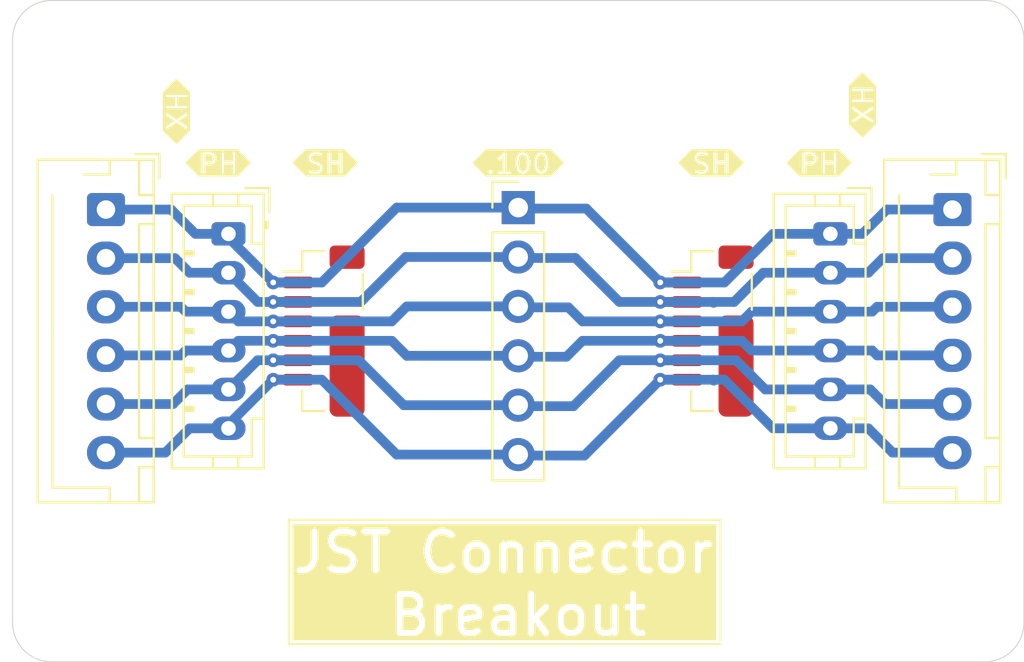
<source format=kicad_pcb>
(kicad_pcb (version 20240108) (generator "pcbnew") (generator_version "8.0")
  (layers (0 "F.Cu" signal) (31 "B.Cu" signal) (34 "B.Paste" user) (35 "F.Paste" user) (36 "B.SilkS" user "B.Silkscreen") (37 "F.SilkS" user "F.Silkscreen") (38 "B.Mask" user) (39 "F.Mask" user) (44 "Edge.Cuts" user))
  (net 0 "")
  (net 1 "/L4")
  (net 2 "/L5")
  (net 3 "/L1")
  (net 4 "/L2")
  (net 5 "/L3")
  (net 6 "/L6")
  (footprint "Connector_JST:JST_XH_B6B-XH-AM_1x06_P2.50mm_Vertical" (layer "F.Cu") (at 128.8 73.75 -90)
    (property "Reference" "J6" (hide yes))
    (property "Value" "JST XH")
    (fp_line (start -2.56 3.51) (end 15.06 3.51) (stroke (width 0.12)) (layer "F.SilkS"))
    (fp_line (start 15.06 3.51) (end 15.06 -2.46) (stroke (width 0.12)) (layer "F.SilkS"))
    (fp_line (start 6.25 2.75) (end -0.74 2.75) (stroke (width 0.12)) (layer "F.SilkS"))
    (fp_line (start 14.3 2.75) (end 6.25 2.75) (stroke (width 0.12)) (layer "F.SilkS"))
    (fp_line (start -2.55 -0.2) (end -1.8 -0.2) (stroke (width 0.12)) (layer "F.SilkS"))
    (fp_line (start -1.8 -0.2) (end -1.8 1.14) (stroke (width 0.12)) (layer "F.SilkS"))
    (fp_line (start 14.3 -0.2) (end 14.3 2.75) (stroke (width 0.12)) (layer "F.SilkS"))
    (fp_line (start 15.05 -0.2) (end 14.3 -0.2) (stroke (width 0.12)) (layer "F.SilkS"))
    (fp_line (start -2.55 -1.7) (end -0.75 -1.7) (stroke (width 0.12)) (layer "F.SilkS"))
    (fp_line (start -0.75 -1.7) (end -0.75 -2.45) (stroke (width 0.12)) (layer "F.SilkS"))
    (fp_line (start 0.75 -1.7) (end 11.75 -1.7) (stroke (width 0.12)) (layer "F.SilkS"))
    (fp_line (start 11.75 -1.7) (end 11.75 -2.45) (stroke (width 0.12)) (layer "F.SilkS"))
    (fp_line (start 13.25 -1.7) (end 15.05 -1.7) (stroke (width 0.12)) (layer "F.SilkS"))
    (fp_line (start 15.05 -1.7) (end 15.05 -2.45) (stroke (width 0.12)) (layer "F.SilkS"))
    (fp_line (start -2.55 -2.45) (end -2.55 -1.7) (stroke (width 0.12)) (layer "F.SilkS"))
    (fp_line (start -0.75 -2.45) (end -2.55 -2.45) (stroke (width 0.12)) (layer "F.SilkS"))
    (fp_line (start 0.75 -2.45) (end 0.75 -1.7) (stroke (width 0.12)) (layer "F.SilkS"))
    (fp_line (start 11.75 -2.45) (end 0.75 -2.45) (stroke (width 0.12)) (layer "F.SilkS"))
    (fp_line (start 13.25 -2.45) (end 13.25 -1.7) (stroke (width 0.12)) (layer "F.SilkS"))
    (fp_line (start 15.05 -2.45) (end 13.25 -2.45) (stroke (width 0.12)) (layer "F.SilkS"))
    (fp_line (start -2.56 -2.46) (end -2.56 3.51) (stroke (width 0.12)) (layer "F.SilkS"))
    (fp_line (start 15.06 -2.46) (end -2.56 -2.46) (stroke (width 0.12)) (layer "F.SilkS"))
    (fp_line (start -2.85 -2.75) (end -2.85 -1.5) (stroke (width 0.12)) (layer "F.SilkS"))
    (fp_line (start -1.6 -2.75) (end -2.85 -2.75) (stroke (width 0.12)) (layer "F.SilkS"))
    (pad "" np_thru_hole circle (at -1.6 2 270) (size 1.2 1.2) (drill 1.2) (layers "*.Cu" "*.Mask"))
    (pad "1" thru_hole roundrect (at 0 0 270) (size 1.7 1.95) (drill 0.95) (layers "*.Cu" "*.Mask") (roundrect_rratio 0.1470588235) (net 3 "/L1"))
    (pad "2" thru_hole oval (at 2.5 0 270) (size 1.7 1.95) (drill 0.95) (layers "*.Cu" "*.Mask") (net 4 "/L2"))
    (pad "3" thru_hole oval (at 5 0 270) (size 1.7 1.95) (drill 0.95) (layers "*.Cu" "*.Mask") (net 5 "/L3"))
    (pad "4" thru_hole oval (at 7.5 0 270) (size 1.7 1.95) (drill 0.95) (layers "*.Cu" "*.Mask") (net 1 "/L4"))
    (pad "5" thru_hole oval (at 10 0 270) (size 1.7 1.95) (drill 0.95) (layers "*.Cu" "*.Mask") (net 2 "/L5"))
    (pad "6" thru_hole oval (at 12.5 0 270) (size 1.7 1.95) (drill 0.95) (layers "*.Cu" "*.Mask") (net 6 "/L6"))
  )
  (footprint "Connector_JST:JST_PH_B6B-PH-K_1x06_P2.00mm_Vertical" (layer "F.Cu") (at 166.05 75 -90)
    (property "Reference" "J3" (hide yes))
    (property "Value" "JST PH")
    (fp_line (start -2.06 2.91) (end 12.06 2.91) (stroke (width 0.12)) (layer "F.SilkS"))
    (fp_line (start 12.06 2.91) (end 12.06 -1.81) (stroke (width 0.12)) (layer "F.SilkS"))
    (fp_line (start -1.45 2.3) (end 11.45 2.3) (stroke (width 0.12)) (layer "F.SilkS"))
    (fp_line (start 0.9 2.3) (end 0.9 1.8) (stroke (width 0.12)) (layer "F.SilkS"))
    (fp_line (start 1 2.3) (end 1 1.8) (stroke (width 0.12)) (layer "F.SilkS"))
    (fp_line (start 2.9 2.3) (end 2.9 1.8) (stroke (width 0.12)) (layer "F.SilkS"))
    (fp_line (start 3 2.3) (end 3 1.8) (stroke (width 0.12)) (layer "F.SilkS"))
    (fp_line (start 4.9 2.3) (end 4.9 1.8) (stroke (width 0.12)) (layer "F.SilkS"))
    (fp_line (start 5 2.3) (end 5 1.8) (stroke (width 0.12)) (layer "F.SilkS"))
    (fp_line (start 6.9 2.3) (end 6.9 1.8) (stroke (width 0.12)) (layer "F.SilkS"))
    (fp_line (start 7 2.3) (end 7 1.8) (stroke (width 0.12)) (layer "F.SilkS"))
    (fp_line (start 8.9 2.3) (end 8.9 1.8) (stroke (width 0.12)) (layer "F.SilkS"))
    (fp_line (start 9 2.3) (end 9 1.8) (stroke (width 0.12)) (layer "F.SilkS"))
    (fp_line (start 11.45 2.3) (end 11.45 -1.2) (stroke (width 0.12)) (layer "F.SilkS"))
    (fp_line (start 0.9 1.8) (end 1.1 1.8) (stroke (width 0.12)) (layer "F.SilkS"))
    (fp_line (start 1.1 1.8) (end 1.1 2.3) (stroke (width 0.12)) (layer "F.SilkS"))
    (fp_line (start 2.9 1.8) (end 3.1 1.8) (stroke (width 0.12)) (layer "F.SilkS"))
    (fp_line (start 3.1 1.8) (end 3.1 2.3) (stroke (width 0.12)) (layer "F.SilkS"))
    (fp_line (start 4.9 1.8) (end 5.1 1.8) (stroke (width 0.12)) (layer "F.SilkS"))
    (fp_line (start 5.1 1.8) (end 5.1 2.3) (stroke (width 0.12)) (layer "F.SilkS"))
    (fp_line (start 6.9 1.8) (end 7.1 1.8) (stroke (width 0.12)) (layer "F.SilkS"))
    (fp_line (start 7.1 1.8) (end 7.1 2.3) (stroke (width 0.12)) (layer "F.SilkS"))
    (fp_line (start 8.9 1.8) (end 9.1 1.8) (stroke (width 0.12)) (layer "F.SilkS"))
    (fp_line (start 9.1 1.8) (end 9.1 2.3) (stroke (width 0.12)) (layer "F.SilkS"))
    (fp_line (start -2.06 0.8) (end -1.45 0.8) (stroke (width 0.12)) (layer "F.SilkS"))
    (fp_line (start 12.06 0.8) (end 11.45 0.8) (stroke (width 0.12)) (layer "F.SilkS"))
    (fp_line (start -2.06 -0.5) (end -1.45 -0.5) (stroke (width 0.12)) (layer "F.SilkS"))
    (fp_line (start 12.06 -0.5) (end 11.45 -0.5) (stroke (width 0.12)) (layer "F.SilkS"))
    (fp_line (start -1.45 -1.2) (end -1.45 2.3) (stroke (width 0.12)) (layer "F.SilkS"))
    (fp_line (start 0.5 -1.2) (end -1.45 -1.2) (stroke (width 0.12)) (layer "F.SilkS"))
    (fp_line (start 9.5 -1.2) (end 9.5 -1.81) (stroke (width 0.12)) (layer "F.SilkS"))
    (fp_line (start 11.45 -1.2) (end 9.5 -1.2) (stroke (width 0.12)) (layer "F.SilkS"))
    (fp_line (start -2.06 -1.81) (end -2.06 2.91) (stroke (width 0.12)) (layer "F.SilkS"))
    (fp_line (start -0.3 -1.81) (end -0.3 -2.01) (stroke (width 0.12)) (layer "F.SilkS"))
    (fp_line (start 0.5 -1.81) (end 0.5 -1.2) (stroke (width 0.12)) (layer "F.SilkS"))
    (fp_line (start 12.06 -1.81) (end -2.06 -1.81) (stroke (width 0.12)) (layer "F.SilkS"))
    (fp_line (start -0.3 -1.91) (end -0.6 -1.91) (stroke (width 0.12)) (layer "F.SilkS"))
    (fp_line (start -0.6 -2.01) (end -0.6 -1.81) (stroke (width 0.12)) (layer "F.SilkS"))
    (fp_line (start -0.3 -2.01) (end -0.6 -2.01) (stroke (width 0.12)) (layer "F.SilkS"))
    (fp_line (start -2.36 -2.11) (end -2.36 -0.86) (stroke (width 0.12)) (layer "F.SilkS"))
    (fp_line (start -1.11 -2.11) (end -2.36 -2.11) (stroke (width 0.12)) (layer "F.SilkS"))
    (pad "1" thru_hole roundrect (at 0 0 270) (size 1.2 1.75) (drill 0.75) (layers "*.Cu" "*.Mask") (roundrect_rratio 0.2083333333) (net 3 "/L1"))
    (pad "2" thru_hole oval (at 2 0 270) (size 1.2 1.75) (drill 0.75) (layers "*.Cu" "*.Mask") (net 4 "/L2"))
    (pad "3" thru_hole oval (at 4 0 270) (size 1.2 1.75) (drill 0.75) (layers "*.Cu" "*.Mask") (net 5 "/L3"))
    (pad "4" thru_hole oval (at 6 0 270) (size 1.2 1.75) (drill 0.75) (layers "*.Cu" "*.Mask") (net 1 "/L4"))
    (pad "5" thru_hole oval (at 8 0 270) (size 1.2 1.75) (drill 0.75) (layers "*.Cu" "*.Mask") (net 2 "/L5"))
    (pad "6" thru_hole oval (at 10 0 270) (size 1.2 1.75) (drill 0.75) (layers "*.Cu" "*.Mask") (net 6 "/L6"))
  )
  (footprint "MountingHole:MountingHole_3.2mm_M3" (layer "F.Cu") (at 172 93)
    (property "Reference" "REF**" (hide yes))
    (property "Value" "MountingHole_3.2mm_M3" (hide yes))
    (pad "" np_thru_hole circle (at 0 0) (size 3.2 3.2) (drill 3.2) (layers "F&B.Cu" "*.Mask"))
  )
  (footprint "Connector_JST:JST_PH_B6B-PH-K_1x06_P2.00mm_Vertical" (layer "F.Cu") (at 135.1 75 -90)
    (property "Reference" "J2" (hide yes))
    (property "Value" "JST PH")
    (fp_line (start -2.06 2.91) (end 12.06 2.91) (stroke (width 0.12)) (layer "F.SilkS"))
    (fp_line (start 12.06 2.91) (end 12.06 -1.81) (stroke (width 0.12)) (layer "F.SilkS"))
    (fp_line (start -1.45 2.3) (end 11.45 2.3) (stroke (width 0.12)) (layer "F.SilkS"))
    (fp_line (start 0.9 2.3) (end 0.9 1.8) (stroke (width 0.12)) (layer "F.SilkS"))
    (fp_line (start 1 2.3) (end 1 1.8) (stroke (width 0.12)) (layer "F.SilkS"))
    (fp_line (start 2.9 2.3) (end 2.9 1.8) (stroke (width 0.12)) (layer "F.SilkS"))
    (fp_line (start 3 2.3) (end 3 1.8) (stroke (width 0.12)) (layer "F.SilkS"))
    (fp_line (start 4.9 2.3) (end 4.9 1.8) (stroke (width 0.12)) (layer "F.SilkS"))
    (fp_line (start 5 2.3) (end 5 1.8) (stroke (width 0.12)) (layer "F.SilkS"))
    (fp_line (start 6.9 2.3) (end 6.9 1.8) (stroke (width 0.12)) (layer "F.SilkS"))
    (fp_line (start 7 2.3) (end 7 1.8) (stroke (width 0.12)) (layer "F.SilkS"))
    (fp_line (start 8.9 2.3) (end 8.9 1.8) (stroke (width 0.12)) (layer "F.SilkS"))
    (fp_line (start 9 2.3) (end 9 1.8) (stroke (width 0.12)) (layer "F.SilkS"))
    (fp_line (start 11.45 2.3) (end 11.45 -1.2) (stroke (width 0.12)) (layer "F.SilkS"))
    (fp_line (start 0.9 1.8) (end 1.1 1.8) (stroke (width 0.12)) (layer "F.SilkS"))
    (fp_line (start 1.1 1.8) (end 1.1 2.3) (stroke (width 0.12)) (layer "F.SilkS"))
    (fp_line (start 2.9 1.8) (end 3.1 1.8) (stroke (width 0.12)) (layer "F.SilkS"))
    (fp_line (start 3.1 1.8) (end 3.1 2.3) (stroke (width 0.12)) (layer "F.SilkS"))
    (fp_line (start 4.9 1.8) (end 5.1 1.8) (stroke (width 0.12)) (layer "F.SilkS"))
    (fp_line (start 5.1 1.8) (end 5.1 2.3) (stroke (width 0.12)) (layer "F.SilkS"))
    (fp_line (start 6.9 1.8) (end 7.1 1.8) (stroke (width 0.12)) (layer "F.SilkS"))
    (fp_line (start 7.1 1.8) (end 7.1 2.3) (stroke (width 0.12)) (layer "F.SilkS"))
    (fp_line (start 8.9 1.8) (end 9.1 1.8) (stroke (width 0.12)) (layer "F.SilkS"))
    (fp_line (start 9.1 1.8) (end 9.1 2.3) (stroke (width 0.12)) (layer "F.SilkS"))
    (fp_line (start -2.06 0.8) (end -1.45 0.8) (stroke (width 0.12)) (layer "F.SilkS"))
    (fp_line (start 12.06 0.8) (end 11.45 0.8) (stroke (width 0.12)) (layer "F.SilkS"))
    (fp_line (start -2.06 -0.5) (end -1.45 -0.5) (stroke (width 0.12)) (layer "F.SilkS"))
    (fp_line (start 12.06 -0.5) (end 11.45 -0.5) (stroke (width 0.12)) (layer "F.SilkS"))
    (fp_line (start -1.45 -1.2) (end -1.45 2.3) (stroke (width 0.12)) (layer "F.SilkS"))
    (fp_line (start 0.5 -1.2) (end -1.45 -1.2) (stroke (width 0.12)) (layer "F.SilkS"))
    (fp_line (start 9.5 -1.2) (end 9.5 -1.81) (stroke (width 0.12)) (layer "F.SilkS"))
    (fp_line (start 11.45 -1.2) (end 9.5 -1.2) (stroke (width 0.12)) (layer "F.SilkS"))
    (fp_line (start -2.06 -1.81) (end -2.06 2.91) (stroke (width 0.12)) (layer "F.SilkS"))
    (fp_line (start -0.3 -1.81) (end -0.3 -2.01) (stroke (width 0.12)) (layer "F.SilkS"))
    (fp_line (start 0.5 -1.81) (end 0.5 -1.2) (stroke (width 0.12)) (layer "F.SilkS"))
    (fp_line (start 12.06 -1.81) (end -2.06 -1.81) (stroke (width 0.12)) (layer "F.SilkS"))
    (fp_line (start -0.3 -1.91) (end -0.6 -1.91) (stroke (width 0.12)) (layer "F.SilkS"))
    (fp_line (start -0.6 -2.01) (end -0.6 -1.81) (stroke (width 0.12)) (layer "F.SilkS"))
    (fp_line (start -0.3 -2.01) (end -0.6 -2.01) (stroke (width 0.12)) (layer "F.SilkS"))
    (fp_line (start -2.36 -2.11) (end -2.36 -0.86) (stroke (width 0.12)) (layer "F.SilkS"))
    (fp_line (start -1.11 -2.11) (end -2.36 -2.11) (stroke (width 0.12)) (layer "F.SilkS"))
    (pad "1" thru_hole roundrect (at 0 0 270) (size 1.2 1.75) (drill 0.75) (layers "*.Cu" "*.Mask") (roundrect_rratio 0.2083333333) (net 3 "/L1"))
    (pad "2" thru_hole oval (at 2 0 270) (size 1.2 1.75) (drill 0.75) (layers "*.Cu" "*.Mask") (net 4 "/L2"))
    (pad "3" thru_hole oval (at 4 0 270) (size 1.2 1.75) (drill 0.75) (layers "*.Cu" "*.Mask") (net 5 "/L3"))
    (pad "4" thru_hole oval (at 6 0 270) (size 1.2 1.75) (drill 0.75) (layers "*.Cu" "*.Mask") (net 1 "/L4"))
    (pad "5" thru_hole oval (at 8 0 270) (size 1.2 1.75) (drill 0.75) (layers "*.Cu" "*.Mask") (net 2 "/L5"))
    (pad "6" thru_hole oval (at 10 0 270) (size 1.2 1.75) (drill 0.75) (layers "*.Cu" "*.Mask") (net 6 "/L6"))
  )
  (footprint "Connector_JST:JST_XH_B6B-XH-AM_1x06_P2.50mm_Vertical" (layer "F.Cu") (at 172.325 73.75 -90)
    (property "Reference" "J7" (hide yes))
    (property "Value" "JST XH")
    (fp_line (start -2.56 3.51) (end 15.06 3.51) (stroke (width 0.12)) (layer "F.SilkS"))
    (fp_line (start 15.06 3.51) (end 15.06 -2.46) (stroke (width 0.12)) (layer "F.SilkS"))
    (fp_line (start 6.25 2.75) (end -0.74 2.75) (stroke (width 0.12)) (layer "F.SilkS"))
    (fp_line (start 14.3 2.75) (end 6.25 2.75) (stroke (width 0.12)) (layer "F.SilkS"))
    (fp_line (start -2.55 -0.2) (end -1.8 -0.2) (stroke (width 0.12)) (layer "F.SilkS"))
    (fp_line (start -1.8 -0.2) (end -1.8 1.14) (stroke (width 0.12)) (layer "F.SilkS"))
    (fp_line (start 14.3 -0.2) (end 14.3 2.75) (stroke (width 0.12)) (layer "F.SilkS"))
    (fp_line (start 15.05 -0.2) (end 14.3 -0.2) (stroke (width 0.12)) (layer "F.SilkS"))
    (fp_line (start -2.55 -1.7) (end -0.75 -1.7) (stroke (width 0.12)) (layer "F.SilkS"))
    (fp_line (start -0.75 -1.7) (end -0.75 -2.45) (stroke (width 0.12)) (layer "F.SilkS"))
    (fp_line (start 0.75 -1.7) (end 11.75 -1.7) (stroke (width 0.12)) (layer "F.SilkS"))
    (fp_line (start 11.75 -1.7) (end 11.75 -2.45) (stroke (width 0.12)) (layer "F.SilkS"))
    (fp_line (start 13.25 -1.7) (end 15.05 -1.7) (stroke (width 0.12)) (layer "F.SilkS"))
    (fp_line (start 15.05 -1.7) (end 15.05 -2.45) (stroke (width 0.12)) (layer "F.SilkS"))
    (fp_line (start -2.55 -2.45) (end -2.55 -1.7) (stroke (width 0.12)) (layer "F.SilkS"))
    (fp_line (start -0.75 -2.45) (end -2.55 -2.45) (stroke (width 0.12)) (layer "F.SilkS"))
    (fp_line (start 0.75 -2.45) (end 0.75 -1.7) (stroke (width 0.12)) (layer "F.SilkS"))
    (fp_line (start 11.75 -2.45) (end 0.75 -2.45) (stroke (width 0.12)) (layer "F.SilkS"))
    (fp_line (start 13.25 -2.45) (end 13.25 -1.7) (stroke (width 0.12)) (layer "F.SilkS"))
    (fp_line (start 15.05 -2.45) (end 13.25 -2.45) (stroke (width 0.12)) (layer "F.SilkS"))
    (fp_line (start -2.56 -2.46) (end -2.56 3.51) (stroke (width 0.12)) (layer "F.SilkS"))
    (fp_line (start 15.06 -2.46) (end -2.56 -2.46) (stroke (width 0.12)) (layer "F.SilkS"))
    (fp_line (start -2.85 -2.75) (end -2.85 -1.5) (stroke (width 0.12)) (layer "F.SilkS"))
    (fp_line (start -1.6 -2.75) (end -2.85 -2.75) (stroke (width 0.12)) (layer "F.SilkS"))
    (pad "" np_thru_hole circle (at -1.6 2 270) (size 1.2 1.2) (drill 1.2) (layers "*.Cu" "*.Mask"))
    (pad "1" thru_hole roundrect (at 0 0 270) (size 1.7 1.95) (drill 0.95) (layers "*.Cu" "*.Mask") (roundrect_rratio 0.1470588235) (net 3 "/L1"))
    (pad "2" thru_hole oval (at 2.5 0 270) (size 1.7 1.95) (drill 0.95) (layers "*.Cu" "*.Mask") (net 4 "/L2"))
    (pad "3" thru_hole oval (at 5 0 270) (size 1.7 1.95) (drill 0.95) (layers "*.Cu" "*.Mask") (net 5 "/L3"))
    (pad "4" thru_hole oval (at 7.5 0 270) (size 1.7 1.95) (drill 0.95) (layers "*.Cu" "*.Mask") (net 1 "/L4"))
    (pad "5" thru_hole oval (at 10 0 270) (size 1.7 1.95) (drill 0.95) (layers "*.Cu" "*.Mask") (net 2 "/L5"))
    (pad "6" thru_hole oval (at 12.5 0 270) (size 1.7 1.95) (drill 0.95) (layers "*.Cu" "*.Mask") (net 6 "/L6"))
  )
  (footprint "Connector_JST:JST_SH_BM06B-SRSS-TB_1x06-1MP_P1.00mm_Vertical" (layer "F.Cu") (at 160 80 -90)
    (property "Reference" "J4" (hide yes))
    (property "Value" "JST SH")
    (fp_line (start -4.11 1.11) (end -3.06 1.11) (stroke (width 0.12)) (layer "F.SilkS"))
    (fp_line (start -3.06 1.11) (end -3.06 2.1) (stroke (width 0.12)) (layer "F.SilkS"))
    (fp_line (start 4.11 1.11) (end 3.06 1.11) (stroke (width 0.12)) (layer "F.SilkS"))
    (fp_line (start -4.11 -0.04) (end -4.11 1.11) (stroke (width 0.12)) (layer "F.SilkS"))
    (fp_line (start 4.11 -0.04) (end 4.11 1.11) (stroke (width 0.12)) (layer "F.SilkS"))
    (fp_line (start -2.94 -2.01) (end -1.1 -2.01) (stroke (width 0.12)) (layer "F.SilkS"))
    (pad "1" smd roundrect (at -2.5 1.325 270) (size 0.6 1.55) (layers "F.Cu" "F.Paste" "F.Mask") (net 3 "/L1"))
    (pad "2" smd roundrect (at -1.5 1.325 270) (size 0.6 1.55) (layers "F.Cu" "F.Paste" "F.Mask") (net 4 "/L2"))
    (pad "3" smd roundrect (at -0.5 1.325 270) (size 0.6 1.55) (layers "F.Cu" "F.Paste" "F.Mask") (net 5 "/L3"))
    (pad "4" smd roundrect (at 0.5 1.325 270) (size 0.6 1.55) (layers "F.Cu" "F.Paste" "F.Mask") (net 1 "/L4"))
    (pad "5" smd roundrect (at 1.5 1.325 270) (size 0.6 1.55) (layers "F.Cu" "F.Paste" "F.Mask") (net 2 "/L5"))
    (pad "6" smd roundrect (at 2.5 1.325 270) (size 0.6 1.55) (layers "F.Cu" "F.Paste" "F.Mask") (net 6 "/L6"))
    (pad "MP" smd roundrect (at -3.8 -1.2 270) (size 1.2 1.8) (layers "F.Cu" "F.Paste" "F.Mask") (roundrect_rratio 0.2083333333))
    (pad "MP" smd roundrect (at 1.8 -1.2 270) (size 5.2 1.8) (layers "F.Cu" "F.Paste" "F.Mask") (roundrect_rratio 0.2083327778))
  )
  (footprint "MountingHole:MountingHole_3.2mm_M3" (layer "F.Cu") (at 172 67)
    (property "Reference" "REF**" (hide yes))
    (property "Value" "MountingHole_3.2mm_M3" (hide yes))
    (pad "" np_thru_hole circle (at 0 0) (size 3.2 3.2) (drill 3.2) (layers "F&B.Cu" "*.Mask"))
  )
  (footprint "Connector_JST:JST_SH_BM06B-SRSS-TB_1x06-1MP_P1.00mm_Vertical" (layer "F.Cu") (at 140 80 -90)
    (property "Reference" "J5" (hide yes))
    (property "Value" "JST SH")
    (fp_line (start -4.11 1.11) (end -3.06 1.11) (stroke (width 0.12)) (layer "F.SilkS"))
    (fp_line (start -3.06 1.11) (end -3.06 2.1) (stroke (width 0.12)) (layer "F.SilkS"))
    (fp_line (start 4.11 1.11) (end 3.06 1.11) (stroke (width 0.12)) (layer "F.SilkS"))
    (fp_line (start -4.11 -0.04) (end -4.11 1.11) (stroke (width 0.12)) (layer "F.SilkS"))
    (fp_line (start 4.11 -0.04) (end 4.11 1.11) (stroke (width 0.12)) (layer "F.SilkS"))
    (fp_line (start -2.94 -2.01) (end -1.1 -2.01) (stroke (width 0.12)) (layer "F.SilkS"))
    (pad "1" smd roundrect (at -2.5 1.325 270) (size 0.6 1.55) (layers "F.Cu" "F.Paste" "F.Mask") (net 3 "/L1"))
    (pad "2" smd roundrect (at -1.5 1.325 270) (size 0.6 1.55) (layers "F.Cu" "F.Paste" "F.Mask") (net 4 "/L2"))
    (pad "3" smd roundrect (at -0.5 1.325 270) (size 0.6 1.55) (layers "F.Cu" "F.Paste" "F.Mask") (net 5 "/L3"))
    (pad "4" smd roundrect (at 0.5 1.325 270) (size 0.6 1.55) (layers "F.Cu" "F.Paste" "F.Mask") (net 1 "/L4"))
    (pad "5" smd roundrect (at 1.5 1.325 270) (size 0.6 1.55) (layers "F.Cu" "F.Paste" "F.Mask") (net 2 "/L5"))
    (pad "6" smd roundrect (at 2.5 1.325 270) (size 0.6 1.55) (layers "F.Cu" "F.Paste" "F.Mask") (net 6 "/L6"))
    (pad "MP" smd roundrect (at -3.8 -1.2 270) (size 1.2 1.8) (layers "F.Cu" "F.Paste" "F.Mask") (roundrect_rratio 0.2083333333))
    (pad "MP" smd roundrect (at 1.8 -1.2 270) (size 5.2 1.8) (layers "F.Cu" "F.Paste" "F.Mask") (roundrect_rratio 0.2083327778))
  )
  (footprint "Connector_PinHeader_2.54mm:PinHeader_1x06_P2.54mm_Vertical" (layer "F.Cu") (at 150 80)
    (property "Reference" "J1" (hide yes))
    (property "Value" ".100 Header")
    (fp_line (start -1.33 -7.68) (end 0 -7.68) (stroke (width 0.12)) (layer "F.SilkS"))
    (fp_line (start -1.33 -6.35) (end -1.33 -7.68) (stroke (width 0.12)) (layer "F.SilkS"))
    (fp_line (start -1.33 -5.08) (end -1.33 7.68) (stroke (width 0.12)) (layer "F.SilkS"))
    (fp_line (start -1.33 -5.08) (end 1.33 -5.08) (stroke (width 0.12)) (layer "F.SilkS"))
    (fp_line (start -1.33 7.68) (end 1.33 7.68) (stroke (width 0.12)) (layer "F.SilkS"))
    (fp_line (start 1.33 -5.08) (end 1.33 7.68) (stroke (width 0.12)) (layer "F.SilkS"))
    (pad "1" thru_hole rect (at 0 -6.35) (size 1.7 1.7) (drill 1) (layers "*.Cu" "*.Mask") (net 3 "/L1"))
    (pad "2" thru_hole oval (at 0 -3.81) (size 1.7 1.7) (drill 1) (layers "*.Cu" "*.Mask") (net 4 "/L2"))
    (pad "3" thru_hole oval (at 0 -1.27) (size 1.7 1.7) (drill 1) (layers "*.Cu" "*.Mask") (net 5 "/L3"))
    (pad "4" thru_hole oval (at 0 1.27) (size 1.7 1.7) (drill 1) (layers "*.Cu" "*.Mask") (net 1 "/L4"))
    (pad "5" thru_hole oval (at 0 3.81) (size 1.7 1.7) (drill 1) (layers "*.Cu" "*.Mask") (net 2 "/L5"))
    (pad "6" thru_hole oval (at 0 6.35) (size 1.7 1.7) (drill 1) (layers "*.Cu" "*.Mask") (net 6 "/L6"))
  )
  (footprint "MountingHole:MountingHole_3.2mm_M3" (layer "F.Cu") (at 128 93)
    (property "Reference" "REF**" (hide yes))
    (property "Value" "MountingHole_3.2mm_M3" (hide yes))
    (pad "" np_thru_hole circle (at 0 0) (size 3.2 3.2) (drill 3.2) (layers "F&B.Cu" "*.Mask"))
  )
  (footprint "MountingHole:MountingHole_3.2mm_M3" (layer "F.Cu") (at 128 67)
    (property "Reference" "REF**" (hide yes))
    (property "Value" "MountingHole_3.2mm_M3" (hide yes))
    (pad "" np_thru_hole circle (at 0 0) (size 3.2 3.2) (drill 3.2) (layers "*.Cu" "*.Mask"))
  )
  (gr_line (start 133.075 69.675) (end 133.075 67.725) (stroke (width 0.1)) (layer "F.SilkS"))
  (gr_poly (pts (xy 160.9 70.7) (xy 160.9 72) (xy 161.55 71.35)) (stroke (width 0.1)) (fill solid) (layer "F.SilkS"))
  (gr_line (start 164.5 72) (end 166.45 72) (stroke (width 0.1)) (layer "F.SilkS"))
  (gr_poly (pts (xy 141.05 70.7) (xy 141.05 72) (xy 141.7 71.35)) (stroke (width 0.1)) (fill solid) (layer "F.SilkS"))
  (gr_line (start 158.95 70.7) (end 160.9 70.7) (stroke (width 0.1)) (layer "F.SilkS"))
  (gr_poly (pts (xy 166.45 70.7) (xy 166.45 72) (xy 167.1 71.35)) (stroke (width 0.1)) (fill solid) (layer "F.SilkS"))
  (gr_line (start 148.35 70.7) (end 151.65 70.7) (stroke (width 0.1)) (layer "F.SilkS"))
  (gr_line (start 138.2 96.1) (end 138.2 89.7) (stroke (width 0.1)) (layer "F.SilkS"))
  (gr_line (start 160.4 89.7) (end 160.4 95.9) (stroke (width 0.1)) (layer "F.SilkS"))
  (gr_line (start 133.6 72) (end 135.55 72) (stroke (width 0.1)) (layer "F.SilkS"))
  (gr_poly (pts (xy 151.65 70.7) (xy 151.65 72) (xy 152.3 71.35)) (stroke (width 0.1)) (fill solid) (layer "F.SilkS"))
  (gr_line (start 168.35 69.35) (end 168.35 67.4) (stroke (width 0.1)) (layer "F.SilkS"))
  (gr_poly (pts (xy 167.05 69.35) (xy 168.35 69.35) (xy 167.7 70)) (stroke (width 0.1)) (fill solid) (layer "F.SilkS"))
  (gr_line (start 133.6 70.7) (end 135.55 70.7) (stroke (width 0.1)) (layer "F.SilkS"))
  (gr_poly (pts (xy 139.1 70.7) (xy 139.1 72) (xy 138.45 71.35)) (stroke (width 0.1)) (fill solid) (layer "F.SilkS"))
  (gr_line (start 167.05 69.35) (end 167.05 67.4) (stroke (width 0.1)) (layer "F.SilkS"))
  (gr_line (start 158.95 72) (end 160.9 72) (stroke (width 0.1)) (layer "F.SilkS"))
  (gr_poly (pts (xy 164.5 70.7) (xy 164.5 72) (xy 163.85 71.35)) (stroke (width 0.1)) (fill solid) (layer "F.SilkS"))
  (gr_poly (pts (xy 133.6 70.7) (xy 133.6 72) (xy 132.95 71.35)) (stroke (width 0.1)) (fill solid) (layer "F.SilkS"))
  (gr_poly (pts (xy 167.05 67.4) (xy 168.35 67.4) (xy 167.7 66.75)) (stroke (width 0.1)) (fill solid) (layer "F.SilkS"))
  (gr_poly (pts (xy 131.775 67.725) (xy 133.075 67.725) (xy 132.425 67.075)) (stroke (width 0.1)) (fill solid) (layer "F.SilkS"))
  (gr_line (start 160.4 96.1) (end 138.2 96.1) (stroke (width 0.1)) (layer "F.SilkS"))
  (gr_poly (pts (xy 135.55 70.7) (xy 135.55 72) (xy 136.2 71.35)) (stroke (width 0.1)) (fill solid) (layer "F.SilkS"))
  (gr_poly (pts (xy 131.775 69.675) (xy 133.075 69.675) (xy 132.425 70.325)) (stroke (width 0.1)) (fill solid) (layer "F.SilkS"))
  (gr_line (start 139.1 70.7) (end 141.05 70.7) (stroke (width 0.1)) (layer "F.SilkS"))
  (gr_line (start 164.5 70.7) (end 166.45 70.7) (stroke (width 0.1)) (layer "F.SilkS"))
  (gr_line (start 139.1 72) (end 141.05 72) (stroke (width 0.1)) (layer "F.SilkS"))
  (gr_poly (pts (xy 148.35 70.7) (xy 148.35 72) (xy 147.7 71.35)) (stroke (width 0.1)) (fill solid) (layer "F.SilkS"))
  (gr_poly (pts (xy 158.95 70.7) (xy 158.95 72) (xy 158.3 71.35)) (stroke (width 0.1)) (fill solid) (layer "F.SilkS"))
  (gr_line (start 138.2 89.7) (end 160.4 89.7) (stroke (width 0.1)) (layer "F.SilkS"))
  (gr_line (start 148.4 72) (end 151.65 72) (stroke (width 0.1)) (layer "F.SilkS"))
  (gr_line (start 131.775 69.675) (end 131.775 67.725) (stroke (width 0.1)) (layer "F.SilkS"))
  (gr_arc (start 174 63) (mid 175.414214 63.585786) (end 176 65) (stroke (width 0.05)) (layer "Edge.Cuts"))
  (gr_line (start 174 97) (end 126 97) (stroke (width 0.05)) (layer "Edge.Cuts"))
  (gr_line (start 176 65) (end 176 95) (stroke (width 0.05)) (layer "Edge.Cuts"))
  (gr_arc (start 126 97) (mid 124.585786 96.414214) (end 124 95) (stroke (width 0.05)) (layer "Edge.Cuts"))
  (gr_line (start 126 63) (end 174 63) (stroke (width 0.05)) (layer "Edge.Cuts"))
  (gr_arc (start 176 95) (mid 175.414214 96.414214) (end 174 97) (stroke (width 0.05)) (layer "Edge.Cuts"))
  (gr_line (start 124 65) (end 124 95) (stroke (width 0.05)) (layer "Edge.Cuts"))
  (gr_arc (start 124 65) (mid 124.585786 63.585786) (end 126 63) (stroke (width 0.05)) (layer "Edge.Cuts"))
  (gr_text "PH" (at 134.6 71.4 0) (layer "F.SilkS" knockout) (effects (font (size 1 1) (thickness 0.1))))
  (gr_text "XH" (at 132.475 68.675 90) (layer "F.SilkS" knockout) (effects (font (size 1 1) (thickness 0.1))))
  (gr_text "SH" (at 140.1 71.4 0) (layer "F.SilkS" knockout) (effects (font (size 1 1) (thickness 0.1))))
  (gr_text "JST Connector \nBreakout" (at 150 93 0) (layer "F.SilkS" knockout) (effects (font (size 2 2) (thickness 0.3))))
  (gr_text "PH" (at 165.5 71.4 0) (layer "F.SilkS" knockout) (effects (font (size 1 1) (thickness 0.1))))
  (gr_text "SH" (at 159.95 71.4 0) (layer "F.SilkS" knockout) (effects (font (size 1 1) (thickness 0.1))))
  (gr_text "XH" (at 167.75 68.35 90) (layer "F.SilkS" knockout) (effects (font (size 1 1) (thickness 0.1))))
  (gr_text ".100" (at 150 71.4 0) (layer "F.SilkS" knockout) (effects (font (size 1 1) (thickness 0.1))))
  (segment (start 137.4 80.5) (end 138.675 80.5) (width 0.5) (layer "F.Cu") (net 1))
  (segment (start 157.3 80.5) (end 158.675 80.5) (width 0.5) (layer "F.Cu") (net 1))
  (via (at 157.3 80.5) (size 0.7) (drill 0.3) (layers "F.Cu" "B.Cu") (net 1))
  (via (at 137.4 80.5) (size 0.7) (drill 0.3) (layers "F.Cu" "B.Cu") (net 1))
  (segment (start 153.3 80.5) (end 152.48 81.32) (width 0.5) (layer "B.Cu") (net 1))
  (segment (start 132.9 81) (end 135.1 81) (width 0.5) (layer "B.Cu") (net 1))
  (segment (start 137.4 80.5) (end 143.5 80.5) (width 0.5) (layer "B.Cu") (net 1))
  (segment (start 161.5 80.5) (end 153.3 80.5) (width 0.5) (layer "B.Cu") (net 1))
  (segment (start 128.8 81.25) (end 132.65 81.25) (width 0.5) (layer "B.Cu") (net 1))
  (segment (start 172.3 81.25) (end 168.45 81.25) (width 0.5) (layer "B.Cu") (net 1))
  (segment (start 135.1 81) (end 135.6 80.5) (width 0.5) (layer "B.Cu") (net 1))
  (segment (start 168.2 81) (end 166.05 81) (width 0.5) (layer "B.Cu") (net 1))
  (segment (start 166.05 81) (end 162 81) (width 0.5) (layer "B.Cu") (net 1))
  (segment (start 168.45 81.25) (end 168.2 81) (width 0.5) (layer "B.Cu") (net 1))
  (segment (start 162 81) (end 161.5 80.5) (width 0.5) (layer "B.Cu") (net 1))
  (segment (start 152.48 81.32) (end 150.025 81.32) (width 0.5) (layer "B.Cu") (net 1))
  (segment (start 135.6 80.5) (end 137.4 80.5) (width 0.5) (layer "B.Cu") (net 1))
  (segment (start 132.65 81.25) (end 132.9 81) (width 0.5) (layer "B.Cu") (net 1))
  (segment (start 144.27 81.27) (end 150 81.27) (width 0.5) (layer "B.Cu") (net 1))
  (segment (start 143.5 80.5) (end 144.27 81.27) (width 0.5) (layer "B.Cu") (net 1))
  (segment (start 157.3 81.5) (end 158.675 81.5) (width 0.5) (layer "F.Cu") (net 2))
  (segment (start 137.4 81.5) (end 138.675 81.5) (width 0.5) (layer "F.Cu") (net 2))
  (via (at 157.3 81.5) (size 0.7) (drill 0.3) (layers "F.Cu" "B.Cu") (net 2))
  (via (at 137.4 81.5) (size 0.7) (drill 0.3) (layers "F.Cu" "B.Cu") (net 2))
  (segment (start 128.8 83.75) (end 132.25 83.75) (width 0.5) (layer "B.Cu") (net 2))
  (segment (start 172.3 83.75) (end 168.85 83.75) (width 0.5) (layer "B.Cu") (net 2))
  (segment (start 168.85 83.75) (end 168.1 83) (width 0.5) (layer "B.Cu") (net 2))
  (segment (start 137.4 81.5) (end 141.8 81.5) (width 0.5) (layer "B.Cu") (net 2))
  (segment (start 144.11 83.81) (end 150 83.81) (width 0.5) (layer "B.Cu") (net 2))
  (segment (start 152.84 83.86) (end 150.025 83.86) (width 0.5) (layer "B.Cu") (net 2))
  (segment (start 166.05 83) (end 162.7 83) (width 0.5) (layer "B.Cu") (net 2))
  (segment (start 135.1 83) (end 136.6 81.5) (width 0.5) (layer "B.Cu") (net 2))
  (segment (start 155.2 81.5) (end 152.84 83.86) (width 0.5) (layer "B.Cu") (net 2))
  (segment (start 132.25 83.75) (end 133 83) (width 0.5) (layer "B.Cu") (net 2))
  (segment (start 133 83) (end 135.1 83) (width 0.5) (layer "B.Cu") (net 2))
  (segment (start 141.8 81.5) (end 144.11 83.81) (width 0.5) (layer "B.Cu") (net 2))
  (segment (start 162.7 83) (end 161.2 81.5) (width 0.5) (layer "B.Cu") (net 2))
  (segment (start 168.1 83) (end 166.05 83) (width 0.5) (layer "B.Cu") (net 2))
  (segment (start 136.6 81.5) (end 137.4 81.5) (width 0.5) (layer "B.Cu") (net 2))
  (segment (start 161.2 81.5) (end 155.2 81.5) (width 0.5) (layer "B.Cu") (net 2))
  (segment (start 137.4 77.5) (end 138.675 77.5) (width 0.5) (layer "F.Cu") (net 3))
  (segment (start 157.3 77.5) (end 158.675 77.5) (width 0.5) (layer "F.Cu") (net 3))
  (via (at 137.4 77.5) (size 0.7) (drill 0.3) (layers "F.Cu" "B.Cu") (net 3))
  (via (at 157.3 77.5) (size 0.7) (drill 0.3) (layers "F.Cu" "B.Cu") (net 3))
  (segment (start 172.3 73.75) (end 168.95 73.75) (width 0.5) (layer "B.Cu") (net 3))
  (segment (start 133.4 75) (end 135.1 75) (width 0.5) (layer "B.Cu") (net 3))
  (segment (start 137.4 77.5) (end 139.9 77.5) (width 0.5) (layer "B.Cu") (net 3))
  (segment (start 153.5 73.7) (end 150.025 73.7) (width 0.5) (layer "B.Cu") (net 3))
  (segment (start 160.6 77.5) (end 157.3 77.5) (width 0.5) (layer "B.Cu") (net 3))
  (segment (start 139.9 77.5) (end 143.75 73.65) (width 0.5) (layer "B.Cu") (net 3))
  (segment (start 132.15 73.75) (end 133.4 75) (width 0.5) (layer "B.Cu") (net 3))
  (segment (start 167.7 75) (end 166.05 75) (width 0.5) (layer "B.Cu") (net 3))
  (segment (start 128.8 73.75) (end 132.15 73.75) (width 0.5) (layer "B.Cu") (net 3))
  (segment (start 166.05 75) (end 163.1 75) (width 0.5) (layer "B.Cu") (net 3))
  (segment (start 143.75 73.65) (end 150 73.65) (width 0.5) (layer "B.Cu") (net 3))
  (segment (start 163.1 75) (end 160.6 77.5) (width 0.5) (layer "B.Cu") (net 3))
  (segment (start 135.1 75) (end 135.1 75.2) (width 0.5) (layer "B.Cu") (net 3))
  (segment (start 157.3 77.5) (end 153.5 73.7) (width 0.5) (layer "B.Cu") (net 3))
  (segment (start 135.1 75.2) (end 137.4 77.5) (width 0.5) (layer "B.Cu") (net 3))
  (segment (start 168.95 73.75) (end 167.7 75) (width 0.5) (layer "B.Cu") (net 3))
  (segment (start 157.3 78.5) (end 158.675 78.5) (width 0.5) (layer "F.Cu") (net 4))
  (segment (start 137.4 78.5) (end 138.675 78.5) (width 0.5) (layer "F.Cu") (net 4))
  (via (at 157.3 78.5) (size 0.7) (drill 0.3) (layers "F.Cu" "B.Cu") (net 4))
  (via (at 137.4 78.5) (size 0.7) (drill 0.3) (layers "F.Cu" "B.Cu") (net 4))
  (segment (start 132.35 76.25) (end 133.1 77) (width 0.5) (layer "B.Cu") (net 4))
  (segment (start 172.3 76.25) (end 168.75 76.25) (width 0.5) (layer "B.Cu") (net 4))
  (segment (start 152.94 76.24) (end 150.025 76.24) (width 0.5) (layer "B.Cu") (net 4))
  (segment (start 160 78.5) (end 155.2 78.5) (width 0.5) (layer "B.Cu") (net 4))
  (segment (start 162.6 77) (end 166.05 77) (width 0.5) (layer "B.Cu") (net 4))
  (segment (start 133.1 77) (end 135.1 77) (width 0.5) (layer "B.Cu") (net 4))
  (segment (start 160.05 78.55) (end 160 78.5) (width 0.5) (layer "B.Cu") (net 4))
  (segment (start 155.2 78.5) (end 152.94 76.24) (width 0.5) (layer "B.Cu") (net 4))
  (segment (start 160 78.5) (end 161.1 78.5) (width 0.5) (layer "B.Cu") (net 4))
  (segment (start 161.1 78.5) (end 162.6 77) (width 0.5) (layer "B.Cu") (net 4))
  (segment (start 168 77) (end 166.05 77) (width 0.5) (layer "B.Cu") (net 4))
  (segment (start 137.4 78.5) (end 141.9 78.5) (width 0.5) (layer "B.Cu") (net 4))
  (segment (start 136.6 78.5) (end 137.4 78.5) (width 0.5) (layer "B.Cu") (net 4))
  (segment (start 141.9 78.5) (end 144.21 76.19) (width 0.5) (layer "B.Cu") (net 4))
  (segment (start 135.1 77) (end 136.6 78.5) (width 0.5) (layer "B.Cu") (net 4))
  (segment (start 135.1 77) (end 135.4 76.7) (width 0.5) (layer "B.Cu") (net 4))
  (segment (start 168.75 76.25) (end 168 77) (width 0.5) (layer "B.Cu") (net 4))
  (segment (start 144.21 76.19) (end 150 76.19) (width 0.5) (layer "B.Cu") (net 4))
  (segment (start 128.8 76.25) (end 132.35 76.25) (width 0.5) (layer "B.Cu") (net 4))
  (segment (start 157.3 79.5) (end 158.675 79.5) (width 0.5) (layer "F.Cu") (net 5))
  (segment (start 137.4 79.5) (end 138.675 79.5) (width 0.5) (layer "F.Cu") (net 5))
  (via (at 137.4 79.5) (size 0.7) (drill 0.3) (layers "F.Cu" "B.Cu") (net 5))
  (via (at 157.3 79.5) (size 0.7) (drill 0.3) (layers "F.Cu" "B.Cu") (net 5))
  (segment (start 166.05 79) (end 162 79) (width 0.5) (layer "B.Cu") (net 5))
  (segment (start 168.2 79) (end 166.05 79) (width 0.5) (layer "B.Cu") (net 5))
  (segment (start 135.6 79.5) (end 137.4 79.5) (width 0.5) (layer "B.Cu") (net 5))
  (segment (start 172.3 78.75) (end 168.45 78.75) (width 0.5) (layer "B.Cu") (net 5))
  (segment (start 132.9 79) (end 135.1 79) (width 0.5) (layer "B.Cu") (net 5))
  (segment (start 135.1 79) (end 135.6 79.5) (width 0.5) (layer "B.Cu") (net 5))
  (segment (start 137.4 79.5) (end 143.5 79.5) (width 0.5) (layer "B.Cu") (net 5))
  (segment (start 153.3 79.5) (end 152.58 78.78) (width 0.5) (layer "B.Cu") (net 5))
  (segment (start 143.5 79.5) (end 144.27 78.73) (width 0.5) (layer "B.Cu") (net 5))
  (segment (start 152.58 78.78) (end 150.025 78.78) (width 0.5) (layer "B.Cu") (net 5))
  (segment (start 132.65 78.75) (end 132.9 79) (width 0.5) (layer "B.Cu") (net 5))
  (segment (start 144.27 78.73) (end 150 78.73) (width 0.5) (layer "B.Cu") (net 5))
  (segment (start 161.5 79.5) (end 153.3 79.5) (width 0.5) (layer "B.Cu") (net 5))
  (segment (start 168.45 78.75) (end 168.2 79) (width 0.5) (layer "B.Cu") (net 5))
  (segment (start 162 79) (end 161.5 79.5) (width 0.5) (layer "B.Cu") (net 5))
  (segment (start 128.8 78.75) (end 132.65 78.75) (width 0.5) (layer "B.Cu") (net 5))
  (segment (start 157.3 82.5) (end 158.675 82.5) (width 0.5) (layer "F.Cu") (net 6))
  (segment (start 137.4 82.5) (end 138.675 82.5) (width 0.5) (layer "F.Cu") (net 6))
  (via (at 137.4 82.5) (size 0.7) (drill 0.3) (layers "F.Cu" "B.Cu") (net 6))
  (via (at 157.3 82.5) (size 0.7) (drill 0.3) (layers "F.Cu" "B.Cu") (net 6))
  (segment (start 131.85 86.25) (end 133.1 85) (width 0.5) (layer "B.Cu") (net 6))
  (segment (start 160.6 82.5) (end 163.1 85) (width 0.5) (layer "B.Cu") (net 6))
  (segment (start 163.1 85) (end 166.05 85) (width 0.5) (layer "B.Cu") (net 6))
  (segment (start 133.1 85) (end 135.1 85) (width 0.5) (layer "B.Cu") (net 6))
  (segment (start 153.4 86.4) (end 150.025 86.4) (width 0.5) (layer "B.Cu") (net 6))
  (segment (start 139.9 82.5) (end 143.75 86.35) (width 0.5) (layer "B.Cu") (net 6))
  (segment (start 135.1 85) (end 135.1 84.8) (width 0.5) (layer "B.Cu") (net 6))
  (segment (start 137.4 82.5) (end 139.9 82.5) (width 0.5) (layer "B.Cu") (net 6))
  (segment (start 169.25 86.25) (end 168 85) (width 0.5) (layer "B.Cu") (net 6))
  (segment (start 143.75 86.35) (end 150 86.35) (width 0.5) (layer "B.Cu") (net 6))
  (segment (start 157.3 82.5) (end 153.4 86.4) (width 0.5) (layer "B.Cu") (net 6))
  (segment (start 135.1 84.8) (end 137.4 82.5) (width 0.5) (layer "B.Cu") (net 6))
  (segment (start 160.05 82.55) (end 160 82.5) (width 0.5) (layer "B.Cu") (net 6))
  (segment (start 160 82.5) (end 157.3 82.5) (width 0.5) (layer "B.Cu") (net 6))
  (segment (start 128.8 86.25) (end 131.85 86.25) (width 0.5) (layer "B.Cu") (net 6))
  (segment (start 168 85) (end 165.6 85) (width 0.5) (layer "B.Cu") (net 6))
  (segment (start 160 82.5) (end 160.6 82.5) (width 0.5) (layer "B.Cu") (net 6))
  (segment (start 172.3 86.25) (end 169.25 86.25) (width 0.5) (layer "B.Cu") (net 6))
)
</source>
